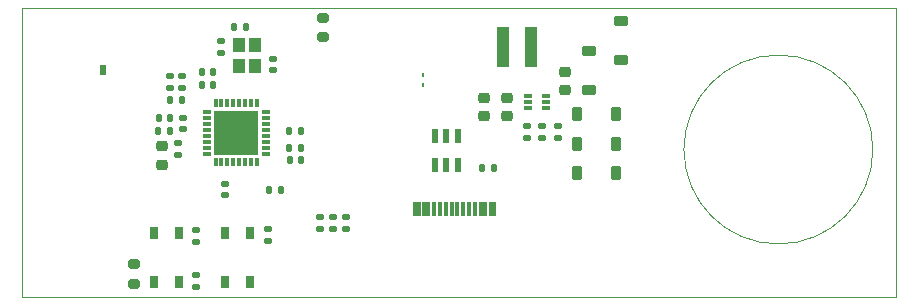
<source format=gtp>
G04 #@! TF.GenerationSoftware,KiCad,Pcbnew,8.0.4*
G04 #@! TF.CreationDate,2024-08-27T21:07:45-03:00*
G04 #@! TF.ProjectId,memo,6d656d6f-2e6b-4696-9361-645f70636258,rev?*
G04 #@! TF.SameCoordinates,Original*
G04 #@! TF.FileFunction,Paste,Top*
G04 #@! TF.FilePolarity,Positive*
%FSLAX46Y46*%
G04 Gerber Fmt 4.6, Leading zero omitted, Abs format (unit mm)*
G04 Created by KiCad (PCBNEW 8.0.4) date 2024-08-27 21:07:45*
%MOMM*%
%LPD*%
G01*
G04 APERTURE LIST*
G04 Aperture macros list*
%AMRoundRect*
0 Rectangle with rounded corners*
0 $1 Rounding radius*
0 $2 $3 $4 $5 $6 $7 $8 $9 X,Y pos of 4 corners*
0 Add a 4 corners polygon primitive as box body*
4,1,4,$2,$3,$4,$5,$6,$7,$8,$9,$2,$3,0*
0 Add four circle primitives for the rounded corners*
1,1,$1+$1,$2,$3*
1,1,$1+$1,$4,$5*
1,1,$1+$1,$6,$7*
1,1,$1+$1,$8,$9*
0 Add four rect primitives between the rounded corners*
20,1,$1+$1,$2,$3,$4,$5,0*
20,1,$1+$1,$4,$5,$6,$7,0*
20,1,$1+$1,$6,$7,$8,$9,0*
20,1,$1+$1,$8,$9,$2,$3,0*%
G04 Aperture macros list end*
%ADD10RoundRect,0.140000X-0.140000X-0.170000X0.140000X-0.170000X0.140000X0.170000X-0.140000X0.170000X0*%
%ADD11RoundRect,0.140000X0.170000X-0.140000X0.170000X0.140000X-0.170000X0.140000X-0.170000X-0.140000X0*%
%ADD12RoundRect,0.225000X0.375000X-0.225000X0.375000X0.225000X-0.375000X0.225000X-0.375000X-0.225000X0*%
%ADD13RoundRect,0.135000X-0.185000X0.135000X-0.185000X-0.135000X0.185000X-0.135000X0.185000X0.135000X0*%
%ADD14RoundRect,0.225000X0.250000X-0.225000X0.250000X0.225000X-0.250000X0.225000X-0.250000X-0.225000X0*%
%ADD15R,0.500000X0.900000*%
%ADD16R,0.600000X1.200000*%
%ADD17RoundRect,0.135000X0.185000X-0.135000X0.185000X0.135000X-0.185000X0.135000X-0.185000X-0.135000X0*%
%ADD18R,0.800000X0.300000*%
%ADD19R,0.300000X0.800000*%
%ADD20R,3.750000X3.750000*%
%ADD21R,1.000000X1.150000*%
%ADD22RoundRect,0.225000X-0.225000X-0.375000X0.225000X-0.375000X0.225000X0.375000X-0.225000X0.375000X0*%
%ADD23RoundRect,0.085000X0.265000X0.085000X-0.265000X0.085000X-0.265000X-0.085000X0.265000X-0.085000X0*%
%ADD24R,0.980000X3.400000*%
%ADD25R,0.650000X1.050000*%
%ADD26RoundRect,0.140000X-0.170000X0.140000X-0.170000X-0.140000X0.170000X-0.140000X0.170000X0.140000X0*%
%ADD27RoundRect,0.147500X-0.147500X-0.172500X0.147500X-0.172500X0.147500X0.172500X-0.147500X0.172500X0*%
%ADD28RoundRect,0.062500X-0.062500X0.117500X-0.062500X-0.117500X0.062500X-0.117500X0.062500X0.117500X0*%
%ADD29RoundRect,0.140000X0.140000X0.170000X-0.140000X0.170000X-0.140000X-0.170000X0.140000X-0.170000X0*%
%ADD30RoundRect,0.135000X-0.135000X-0.185000X0.135000X-0.185000X0.135000X0.185000X-0.135000X0.185000X0*%
%ADD31R,0.300000X1.150000*%
%ADD32RoundRect,0.200000X0.275000X-0.200000X0.275000X0.200000X-0.275000X0.200000X-0.275000X-0.200000X0*%
%ADD33RoundRect,0.225000X-0.250000X0.225000X-0.250000X-0.225000X0.250000X-0.225000X0.250000X0.225000X0*%
G04 #@! TA.AperFunction,Profile*
%ADD34C,0.100000*%
G04 #@! TD*
G04 APERTURE END LIST*
D10*
X122100000Y-83350000D03*
X123060000Y-83350000D03*
D11*
X114200000Y-95100000D03*
X114200000Y-94140000D03*
D12*
X150150000Y-75900000D03*
X150150000Y-72600000D03*
D13*
X120250000Y-90240000D03*
X120250000Y-91260000D03*
D14*
X138550000Y-80675000D03*
X138550000Y-79125000D03*
D13*
X116330000Y-74290000D03*
X116330000Y-75310000D03*
D15*
X106325000Y-76750000D03*
D11*
X113100000Y-81780000D03*
X113100000Y-80820000D03*
D16*
X136350000Y-82350000D03*
X135400000Y-82350000D03*
X134450000Y-82350000D03*
X134450000Y-84850000D03*
X135400000Y-84850000D03*
X136350000Y-84850000D03*
D17*
X125800000Y-90270000D03*
X125800000Y-89250000D03*
D12*
X147450000Y-78450000D03*
X147450000Y-75150000D03*
D18*
X115100000Y-80350000D03*
X115100000Y-80850000D03*
X115100000Y-81350000D03*
X115100000Y-81850000D03*
X115100000Y-82350000D03*
X115100000Y-82850000D03*
X115100000Y-83350000D03*
X115100000Y-83850000D03*
D19*
X115850000Y-84600000D03*
X116350000Y-84600000D03*
X116850000Y-84600000D03*
X117350000Y-84600000D03*
X117850000Y-84600000D03*
X118350000Y-84600000D03*
X118850000Y-84600000D03*
X119350000Y-84600000D03*
D18*
X120100000Y-83850000D03*
X120100000Y-83350000D03*
X120100000Y-82850000D03*
X120100000Y-82350000D03*
X120100000Y-81850000D03*
X120100000Y-81350000D03*
X120100000Y-80850000D03*
X120100000Y-80350000D03*
D19*
X119350000Y-79600000D03*
X118850000Y-79600000D03*
X118350000Y-79600000D03*
X117850000Y-79600000D03*
X117350000Y-79600000D03*
X116850000Y-79600000D03*
X116350000Y-79600000D03*
X115850000Y-79600000D03*
D20*
X117600000Y-82100000D03*
D21*
X117803744Y-74661307D03*
X117803744Y-76411307D03*
X119203744Y-76411307D03*
X119203744Y-74661307D03*
D22*
X146450000Y-80500000D03*
X149750000Y-80500000D03*
D10*
X117450000Y-73150000D03*
X118410000Y-73150000D03*
D23*
X143800000Y-79985000D03*
X143800000Y-79485000D03*
X143800000Y-78985000D03*
X142300000Y-78985000D03*
X142300000Y-79485000D03*
X142300000Y-79985000D03*
D10*
X111020000Y-80800000D03*
X111980000Y-80800000D03*
D24*
X142570000Y-74800000D03*
X140200000Y-74800000D03*
D25*
X110600000Y-94750000D03*
X110600000Y-90600000D03*
X112750000Y-94750000D03*
X112750000Y-90600000D03*
D14*
X140500000Y-80660000D03*
X140500000Y-79110000D03*
D26*
X116650000Y-86420000D03*
X116650000Y-87380000D03*
D27*
X111015000Y-81900000D03*
X111985000Y-81900000D03*
D13*
X112700000Y-82980000D03*
X112700000Y-84000000D03*
D28*
X133450000Y-77997500D03*
X133450000Y-77157500D03*
D25*
X118775000Y-90600000D03*
X118775000Y-94750000D03*
X116625000Y-90600000D03*
X116625000Y-94750000D03*
D10*
X122120000Y-84350000D03*
X123080000Y-84350000D03*
D14*
X145400000Y-78475000D03*
X145400000Y-76925000D03*
D29*
X115660000Y-76960000D03*
X114700000Y-76960000D03*
D30*
X120390000Y-86900000D03*
X121410000Y-86900000D03*
D27*
X112015000Y-79280000D03*
X112985000Y-79280000D03*
D22*
X146450000Y-85500000D03*
X149750000Y-85500000D03*
X146450000Y-83000000D03*
X149750000Y-83000000D03*
D17*
X114200000Y-91310000D03*
X114200000Y-90290000D03*
D29*
X115650000Y-78060000D03*
X114690000Y-78060000D03*
D17*
X126900000Y-90270000D03*
X126900000Y-89250000D03*
D30*
X122090000Y-81900000D03*
X123110000Y-81900000D03*
X138440000Y-85050000D03*
X139460000Y-85050000D03*
D13*
X143500000Y-81510000D03*
X143500000Y-82530000D03*
D11*
X113000000Y-78260000D03*
X113000000Y-77300000D03*
D17*
X124700000Y-90270000D03*
X124700000Y-89250000D03*
D31*
X132730000Y-88555000D03*
X133530000Y-88555000D03*
X134830000Y-88555000D03*
X135830000Y-88555000D03*
X136330000Y-88555000D03*
X137330000Y-88555000D03*
X138630000Y-88555000D03*
X139430000Y-88555000D03*
X139130000Y-88555000D03*
X138330000Y-88555000D03*
X137830000Y-88555000D03*
X136830000Y-88555000D03*
X135330000Y-88555000D03*
X134330000Y-88555000D03*
X133830000Y-88555000D03*
X133030000Y-88555000D03*
D32*
X124950000Y-73975000D03*
X124950000Y-72325000D03*
D13*
X144800000Y-81500000D03*
X144800000Y-82520000D03*
D33*
X111300000Y-83225000D03*
X111300000Y-84775000D03*
D26*
X120680000Y-75840000D03*
X120680000Y-76800000D03*
D17*
X142200000Y-82530000D03*
X142200000Y-81510000D03*
D32*
X108900000Y-94875000D03*
X108900000Y-93225000D03*
D11*
X112000000Y-78260000D03*
X112000000Y-77300000D03*
D34*
X171500000Y-83500000D02*
G75*
G02*
X155500000Y-83500000I-8000000J0D01*
G01*
X155500000Y-83500000D02*
G75*
G02*
X171500000Y-83500000I8000000J0D01*
G01*
X99500000Y-71500000D02*
X173500000Y-71500000D01*
X173500000Y-96000000D01*
X99500000Y-96000000D01*
X99500000Y-71500000D01*
M02*

</source>
